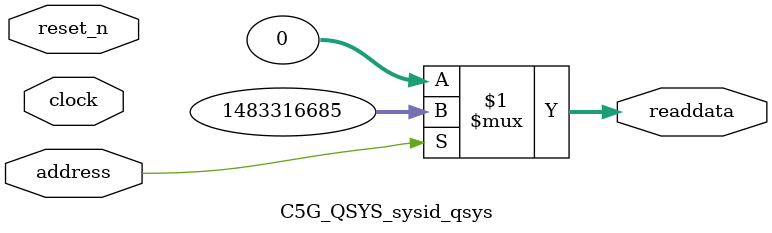
<source format=v>

`timescale 1ns / 1ps
// synthesis translate_on

// turn off superfluous verilog processor warnings 
// altera message_level Level1 
// altera message_off 10034 10035 10036 10037 10230 10240 10030 

module C5G_QSYS_sysid_qsys (
               // inputs:
                address,
                clock,
                reset_n,

               // outputs:
                readdata
             )
;

  output  [ 31: 0] readdata;
  input            address;
  input            clock;
  input            reset_n;

  wire    [ 31: 0] readdata;
  //control_slave, which is an e_avalon_slave
  assign readdata = address ? 1483316685 : 0;

endmodule




</source>
